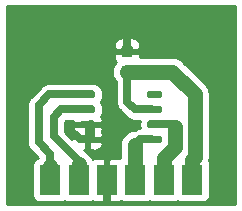
<source format=gbr>
G04 #@! TF.GenerationSoftware,KiCad,Pcbnew,5.1.6+dfsg1-1~bpo10+1*
G04 #@! TF.CreationDate,2020-07-24T12:50:56-05:00*
G04 #@! TF.ProjectId,BMagSensBoard,424d6167-5365-46e7-9342-6f6172642e6b,v1.0*
G04 #@! TF.SameCoordinates,Original*
G04 #@! TF.FileFunction,Copper,L1,Top*
G04 #@! TF.FilePolarity,Positive*
%FSLAX46Y46*%
G04 Gerber Fmt 4.6, Leading zero omitted, Abs format (unit mm)*
G04 Created by KiCad (PCBNEW 5.1.6+dfsg1-1~bpo10+1) date 2020-07-24 12:50:56*
%MOMM*%
%LPD*%
G01*
G04 APERTURE LIST*
G04 #@! TA.AperFunction,SMDPad,CuDef*
%ADD10R,1.800000X2.500000*%
G04 #@! TD*
G04 #@! TA.AperFunction,ViaPad*
%ADD11C,0.450000*%
G04 #@! TD*
G04 #@! TA.AperFunction,Conductor*
%ADD12C,0.635000*%
G04 #@! TD*
G04 #@! TA.AperFunction,Conductor*
%ADD13C,1.270000*%
G04 #@! TD*
G04 #@! TA.AperFunction,Conductor*
%ADD14C,0.254000*%
G04 #@! TD*
G04 APERTURE END LIST*
G04 #@! TA.AperFunction,SMDPad,CuDef*
G36*
G01*
X143312000Y-86700300D02*
X143312000Y-86375300D01*
G75*
G02*
X143474500Y-86212800I162500J0D01*
G01*
X144459500Y-86212800D01*
G75*
G02*
X144622000Y-86375300I0J-162500D01*
G01*
X144622000Y-86700300D01*
G75*
G02*
X144459500Y-86862800I-162500J0D01*
G01*
X143474500Y-86862800D01*
G75*
G02*
X143312000Y-86700300I0J162500D01*
G01*
G37*
G04 #@! TD.AperFunction*
G04 #@! TA.AperFunction,SMDPad,CuDef*
G36*
G01*
X143312000Y-87957800D02*
X143312000Y-87657800D01*
G75*
G02*
X143462000Y-87507800I150000J0D01*
G01*
X144472000Y-87507800D01*
G75*
G02*
X144622000Y-87657800I0J-150000D01*
G01*
X144622000Y-87957800D01*
G75*
G02*
X144472000Y-88107800I-150000J0D01*
G01*
X143462000Y-88107800D01*
G75*
G02*
X143312000Y-87957800I0J150000D01*
G01*
G37*
G04 #@! TD.AperFunction*
G04 #@! TA.AperFunction,SMDPad,CuDef*
G36*
G01*
X143312000Y-89227800D02*
X143312000Y-88927800D01*
G75*
G02*
X143462000Y-88777800I150000J0D01*
G01*
X144472000Y-88777800D01*
G75*
G02*
X144622000Y-88927800I0J-150000D01*
G01*
X144622000Y-89227800D01*
G75*
G02*
X144472000Y-89377800I-150000J0D01*
G01*
X143462000Y-89377800D01*
G75*
G02*
X143312000Y-89227800I0J150000D01*
G01*
G37*
G04 #@! TD.AperFunction*
G04 #@! TA.AperFunction,SMDPad,CuDef*
G36*
G01*
X143312000Y-90497800D02*
X143312000Y-90197800D01*
G75*
G02*
X143462000Y-90047800I150000J0D01*
G01*
X144472000Y-90047800D01*
G75*
G02*
X144622000Y-90197800I0J-150000D01*
G01*
X144622000Y-90497800D01*
G75*
G02*
X144472000Y-90647800I-150000J0D01*
G01*
X143462000Y-90647800D01*
G75*
G02*
X143312000Y-90497800I0J150000D01*
G01*
G37*
G04 #@! TD.AperFunction*
G04 #@! TA.AperFunction,SMDPad,CuDef*
G36*
G01*
X149002000Y-90497800D02*
X149002000Y-90197800D01*
G75*
G02*
X149152000Y-90047800I150000J0D01*
G01*
X150162000Y-90047800D01*
G75*
G02*
X150312000Y-90197800I0J-150000D01*
G01*
X150312000Y-90497800D01*
G75*
G02*
X150162000Y-90647800I-150000J0D01*
G01*
X149152000Y-90647800D01*
G75*
G02*
X149002000Y-90497800I0J150000D01*
G01*
G37*
G04 #@! TD.AperFunction*
G04 #@! TA.AperFunction,SMDPad,CuDef*
G36*
G01*
X149002000Y-89227800D02*
X149002000Y-88927800D01*
G75*
G02*
X149152000Y-88777800I150000J0D01*
G01*
X150162000Y-88777800D01*
G75*
G02*
X150312000Y-88927800I0J-150000D01*
G01*
X150312000Y-89227800D01*
G75*
G02*
X150162000Y-89377800I-150000J0D01*
G01*
X149152000Y-89377800D01*
G75*
G02*
X149002000Y-89227800I0J150000D01*
G01*
G37*
G04 #@! TD.AperFunction*
G04 #@! TA.AperFunction,SMDPad,CuDef*
G36*
G01*
X149002000Y-87957800D02*
X149002000Y-87657800D01*
G75*
G02*
X149152000Y-87507800I150000J0D01*
G01*
X150162000Y-87507800D01*
G75*
G02*
X150312000Y-87657800I0J-150000D01*
G01*
X150312000Y-87957800D01*
G75*
G02*
X150162000Y-88107800I-150000J0D01*
G01*
X149152000Y-88107800D01*
G75*
G02*
X149002000Y-87957800I0J150000D01*
G01*
G37*
G04 #@! TD.AperFunction*
G04 #@! TA.AperFunction,SMDPad,CuDef*
G36*
G01*
X148997000Y-86687800D02*
X148997000Y-86387800D01*
G75*
G02*
X149147000Y-86237800I150000J0D01*
G01*
X150157000Y-86237800D01*
G75*
G02*
X150307000Y-86387800I0J-150000D01*
G01*
X150307000Y-86687800D01*
G75*
G02*
X150157000Y-86837800I-150000J0D01*
G01*
X149147000Y-86837800D01*
G75*
G02*
X148997000Y-86687800I0J150000D01*
G01*
G37*
G04 #@! TD.AperFunction*
D10*
X150412000Y-93776800D03*
X152812000Y-93776800D03*
X140812000Y-93776800D03*
X145612000Y-93776800D03*
X148012000Y-93776800D03*
X143212000Y-93776800D03*
G04 #@! TA.AperFunction,SMDPad,CuDef*
G36*
G01*
X147557500Y-83393800D02*
X147082500Y-83393800D01*
G75*
G02*
X146845000Y-83156300I0J237500D01*
G01*
X146845000Y-82581300D01*
G75*
G02*
X147082500Y-82343800I237500J0D01*
G01*
X147557500Y-82343800D01*
G75*
G02*
X147795000Y-82581300I0J-237500D01*
G01*
X147795000Y-83156300D01*
G75*
G02*
X147557500Y-83393800I-237500J0D01*
G01*
G37*
G04 #@! TD.AperFunction*
G04 #@! TA.AperFunction,SMDPad,CuDef*
G36*
G01*
X147557500Y-85143800D02*
X147082500Y-85143800D01*
G75*
G02*
X146845000Y-84906300I0J237500D01*
G01*
X146845000Y-84331300D01*
G75*
G02*
X147082500Y-84093800I237500J0D01*
G01*
X147557500Y-84093800D01*
G75*
G02*
X147795000Y-84331300I0J-237500D01*
G01*
X147795000Y-84906300D01*
G75*
G02*
X147557500Y-85143800I-237500J0D01*
G01*
G37*
G04 #@! TD.AperFunction*
D11*
X147320000Y-81610200D03*
X145612000Y-95548600D03*
X142595600Y-89712800D03*
D12*
X148450000Y-90347800D02*
X149387000Y-90347800D01*
X148012000Y-90785800D02*
X148450000Y-90347800D01*
D13*
X148012000Y-90785800D02*
X148012000Y-93776800D01*
X143212000Y-93776800D02*
X143212000Y-92462800D01*
D12*
X143212000Y-92462800D02*
X143212000Y-92208800D01*
X143212000Y-92208800D02*
X141097000Y-90093800D01*
X141097000Y-90093800D02*
X141097000Y-88442800D01*
X141732000Y-87807800D02*
X144237000Y-87807800D01*
X141097000Y-88442800D02*
X141732000Y-87807800D01*
D13*
X140812000Y-93776800D02*
X140812000Y-93390200D01*
X140812000Y-93776800D02*
X140812000Y-92602800D01*
D12*
X140812000Y-93776800D02*
X140812000Y-91586800D01*
X140812000Y-91586800D02*
X139827000Y-90601800D01*
X139827000Y-90601800D02*
X139827000Y-87426800D01*
X140716000Y-86537800D02*
X144237000Y-86537800D01*
X139827000Y-87426800D02*
X140716000Y-86537800D01*
D13*
X151116000Y-84618800D02*
X147320000Y-84618800D01*
X153035000Y-86537800D02*
X151116000Y-84618800D01*
X153035000Y-91871800D02*
X153035000Y-86537800D01*
X152812000Y-93776800D02*
X152812000Y-92094800D01*
X152812000Y-92094800D02*
X153035000Y-91871800D01*
D12*
X147320000Y-84618800D02*
X147320000Y-87172800D01*
X147955000Y-87807800D02*
X149387000Y-87807800D01*
X147320000Y-87172800D02*
X147955000Y-87807800D01*
X149387000Y-89077800D02*
X150241000Y-89077800D01*
X149387000Y-89077800D02*
X151130000Y-89077800D01*
X151130000Y-89077800D02*
X151384000Y-89331800D01*
D13*
X150412000Y-91954800D02*
X150412000Y-93776800D01*
X151384000Y-89331800D02*
X151384000Y-90982800D01*
X151384000Y-90982800D02*
X150412000Y-91954800D01*
D12*
X144237000Y-90347800D02*
X143637000Y-90347800D01*
X147320000Y-82868800D02*
X147320000Y-81610200D01*
X144237000Y-89077800D02*
X144237000Y-90347800D01*
X145612000Y-93776800D02*
X145612000Y-95548600D01*
X143306800Y-90347800D02*
X142595600Y-89636600D01*
X144237000Y-90347800D02*
X143306800Y-90347800D01*
D14*
G36*
X156452640Y-95852800D02*
G01*
X137176000Y-95852800D01*
X137176000Y-87426800D01*
X138869892Y-87426800D01*
X138874501Y-87473594D01*
X138874500Y-90555015D01*
X138869892Y-90601800D01*
X138874500Y-90648584D01*
X138888283Y-90788522D01*
X138942748Y-90968068D01*
X139031194Y-91133541D01*
X139150222Y-91278578D01*
X139186569Y-91308407D01*
X139760413Y-91882251D01*
X139750925Y-91893812D01*
X139739266Y-91915625D01*
X139667820Y-91937298D01*
X139557506Y-91996263D01*
X139460815Y-92075615D01*
X139381463Y-92172306D01*
X139322498Y-92282620D01*
X139286188Y-92402318D01*
X139273928Y-92526800D01*
X139273928Y-95026800D01*
X139286188Y-95151282D01*
X139322498Y-95270980D01*
X139381463Y-95381294D01*
X139460815Y-95477985D01*
X139557506Y-95557337D01*
X139667820Y-95616302D01*
X139787518Y-95652612D01*
X139912000Y-95664872D01*
X141712000Y-95664872D01*
X141836482Y-95652612D01*
X141956180Y-95616302D01*
X142012000Y-95586465D01*
X142067820Y-95616302D01*
X142187518Y-95652612D01*
X142312000Y-95664872D01*
X144112000Y-95664872D01*
X144236482Y-95652612D01*
X144356180Y-95616302D01*
X144412000Y-95586465D01*
X144467820Y-95616302D01*
X144587518Y-95652612D01*
X144712000Y-95664872D01*
X145326250Y-95661800D01*
X145485000Y-95503050D01*
X145485000Y-93903800D01*
X145465000Y-93903800D01*
X145465000Y-93649800D01*
X145485000Y-93649800D01*
X145485000Y-92050550D01*
X145739000Y-92050550D01*
X145739000Y-93649800D01*
X145759000Y-93649800D01*
X145759000Y-93903800D01*
X145739000Y-93903800D01*
X145739000Y-95503050D01*
X145897750Y-95661800D01*
X146512000Y-95664872D01*
X146636482Y-95652612D01*
X146756180Y-95616302D01*
X146812000Y-95586465D01*
X146867820Y-95616302D01*
X146987518Y-95652612D01*
X147112000Y-95664872D01*
X148912000Y-95664872D01*
X149036482Y-95652612D01*
X149156180Y-95616302D01*
X149212000Y-95586465D01*
X149267820Y-95616302D01*
X149387518Y-95652612D01*
X149512000Y-95664872D01*
X151312000Y-95664872D01*
X151436482Y-95652612D01*
X151556180Y-95616302D01*
X151612000Y-95586465D01*
X151667820Y-95616302D01*
X151787518Y-95652612D01*
X151912000Y-95664872D01*
X153712000Y-95664872D01*
X153836482Y-95652612D01*
X153956180Y-95616302D01*
X154066494Y-95557337D01*
X154163185Y-95477985D01*
X154242537Y-95381294D01*
X154301502Y-95270980D01*
X154337812Y-95151282D01*
X154350072Y-95026800D01*
X154350072Y-92526800D01*
X154337812Y-92402318D01*
X154301502Y-92282620D01*
X154260687Y-92206262D01*
X154286623Y-92120763D01*
X154305000Y-91934180D01*
X154305000Y-91934179D01*
X154311144Y-91871800D01*
X154305000Y-91809420D01*
X154305000Y-86600180D01*
X154311144Y-86537800D01*
X154286623Y-86288837D01*
X154214003Y-86049441D01*
X154096075Y-85828812D01*
X153998280Y-85709649D01*
X153977135Y-85683883D01*
X153977132Y-85683880D01*
X153937370Y-85635430D01*
X153888919Y-85595668D01*
X152058141Y-83764891D01*
X152018370Y-83716430D01*
X151824988Y-83557725D01*
X151604359Y-83439797D01*
X151364963Y-83367177D01*
X151178380Y-83348800D01*
X151178373Y-83348800D01*
X151116000Y-83342657D01*
X151053627Y-83348800D01*
X148432494Y-83348800D01*
X148430000Y-83154550D01*
X148271250Y-82995800D01*
X147447000Y-82995800D01*
X147447000Y-83015800D01*
X147193000Y-83015800D01*
X147193000Y-82995800D01*
X146368750Y-82995800D01*
X146210000Y-83154550D01*
X146206928Y-83393800D01*
X146219188Y-83518282D01*
X146255498Y-83637980D01*
X146314463Y-83748294D01*
X146352971Y-83795217D01*
X146258925Y-83909812D01*
X146140997Y-84130441D01*
X146068377Y-84369837D01*
X146043856Y-84618800D01*
X146068377Y-84867763D01*
X146140997Y-85107159D01*
X146258925Y-85327788D01*
X146367500Y-85460087D01*
X146367501Y-87126006D01*
X146362892Y-87172800D01*
X146381283Y-87359522D01*
X146435749Y-87539069D01*
X146499212Y-87657800D01*
X146524195Y-87704541D01*
X146643223Y-87849578D01*
X146679565Y-87879403D01*
X147248389Y-88448226D01*
X147278222Y-88484578D01*
X147423259Y-88603606D01*
X147471745Y-88629522D01*
X147588730Y-88692052D01*
X147652944Y-88711531D01*
X147768277Y-88746517D01*
X147908215Y-88760300D01*
X147955000Y-88764908D01*
X148001785Y-88760300D01*
X148383243Y-88760300D01*
X148379071Y-88774055D01*
X148363928Y-88927800D01*
X148363928Y-89227800D01*
X148379071Y-89381545D01*
X148383823Y-89397210D01*
X148263277Y-89409083D01*
X148083731Y-89463548D01*
X147994186Y-89511411D01*
X147763037Y-89534177D01*
X147523641Y-89606797D01*
X147303012Y-89724725D01*
X147109630Y-89883430D01*
X146950925Y-90076813D01*
X146832997Y-90297442D01*
X146760377Y-90536838D01*
X146742000Y-90723421D01*
X146742000Y-91932997D01*
X146636482Y-91900988D01*
X146512000Y-91888728D01*
X145897750Y-91891800D01*
X145739000Y-92050550D01*
X145485000Y-92050550D01*
X145326250Y-91891800D01*
X144712000Y-91888728D01*
X144587518Y-91900988D01*
X144467820Y-91937298D01*
X144412000Y-91967135D01*
X144377137Y-91948500D01*
X144273075Y-91753812D01*
X144114370Y-91560430D01*
X143920988Y-91401725D01*
X143700359Y-91283797D01*
X143684933Y-91279117D01*
X143840000Y-91124050D01*
X143840000Y-90474800D01*
X144094000Y-90474800D01*
X144094000Y-91124050D01*
X144252750Y-91282800D01*
X144622000Y-91285872D01*
X144746482Y-91273612D01*
X144866180Y-91237302D01*
X144976494Y-91178337D01*
X145073185Y-91098985D01*
X145152537Y-91002294D01*
X145211502Y-90891980D01*
X145247812Y-90772282D01*
X145260072Y-90647800D01*
X145257000Y-90633550D01*
X145098250Y-90474800D01*
X144094000Y-90474800D01*
X143840000Y-90474800D01*
X143820000Y-90474800D01*
X143820000Y-90220800D01*
X143840000Y-90220800D01*
X143840000Y-89204800D01*
X144094000Y-89204800D01*
X144094000Y-90220800D01*
X145098250Y-90220800D01*
X145257000Y-90062050D01*
X145260072Y-90047800D01*
X145247812Y-89923318D01*
X145211502Y-89803620D01*
X145162957Y-89712800D01*
X145211502Y-89621980D01*
X145247812Y-89502282D01*
X145260072Y-89377800D01*
X145257000Y-89363550D01*
X145098250Y-89204800D01*
X144094000Y-89204800D01*
X143840000Y-89204800D01*
X142835750Y-89204800D01*
X142677000Y-89363550D01*
X142673928Y-89377800D01*
X142686188Y-89502282D01*
X142722498Y-89621980D01*
X142771043Y-89712800D01*
X142722498Y-89803620D01*
X142686188Y-89923318D01*
X142673928Y-90047800D01*
X142677000Y-90062050D01*
X142835748Y-90220798D01*
X142677000Y-90220798D01*
X142677000Y-90326762D01*
X142049500Y-89699262D01*
X142049500Y-88837338D01*
X142126537Y-88760300D01*
X142675652Y-88760300D01*
X142673928Y-88777800D01*
X142677000Y-88792050D01*
X142835750Y-88950800D01*
X143840000Y-88950800D01*
X143840000Y-88930800D01*
X144094000Y-88930800D01*
X144094000Y-88950800D01*
X145098250Y-88950800D01*
X145257000Y-88792050D01*
X145260072Y-88777800D01*
X145247812Y-88653318D01*
X145211502Y-88533620D01*
X145152537Y-88423306D01*
X145128270Y-88393736D01*
X145200084Y-88259382D01*
X145244929Y-88111545D01*
X145260072Y-87957800D01*
X145260072Y-87657800D01*
X145244929Y-87504055D01*
X145200084Y-87356218D01*
X145127258Y-87219971D01*
X145095471Y-87181239D01*
X145125151Y-87145074D01*
X145199132Y-87006666D01*
X145244689Y-86856484D01*
X145260072Y-86700300D01*
X145260072Y-86375300D01*
X145244689Y-86219116D01*
X145199132Y-86068934D01*
X145125151Y-85930526D01*
X145025590Y-85809210D01*
X144904274Y-85709649D01*
X144765866Y-85635668D01*
X144615684Y-85590111D01*
X144459500Y-85574728D01*
X143474500Y-85574728D01*
X143367162Y-85585300D01*
X140762785Y-85585300D01*
X140716000Y-85580692D01*
X140669215Y-85585300D01*
X140529277Y-85599083D01*
X140349731Y-85653548D01*
X140184259Y-85741994D01*
X140039222Y-85861022D01*
X140009397Y-85897364D01*
X139186564Y-86720198D01*
X139150223Y-86750022D01*
X139120399Y-86786363D01*
X139031194Y-86895060D01*
X138942749Y-87060531D01*
X138888283Y-87240078D01*
X138869892Y-87426800D01*
X137176000Y-87426800D01*
X137176000Y-82343800D01*
X146206928Y-82343800D01*
X146210000Y-82583050D01*
X146368750Y-82741800D01*
X147193000Y-82741800D01*
X147193000Y-81867550D01*
X147447000Y-81867550D01*
X147447000Y-82741800D01*
X148271250Y-82741800D01*
X148430000Y-82583050D01*
X148433072Y-82343800D01*
X148420812Y-82219318D01*
X148384502Y-82099620D01*
X148325537Y-81989306D01*
X148246185Y-81892615D01*
X148149494Y-81813263D01*
X148039180Y-81754298D01*
X147919482Y-81717988D01*
X147795000Y-81705728D01*
X147605750Y-81708800D01*
X147447000Y-81867550D01*
X147193000Y-81867550D01*
X147034250Y-81708800D01*
X146845000Y-81705728D01*
X146720518Y-81717988D01*
X146600820Y-81754298D01*
X146490506Y-81813263D01*
X146393815Y-81892615D01*
X146314463Y-81989306D01*
X146255498Y-82099620D01*
X146219188Y-82219318D01*
X146206928Y-82343800D01*
X137176000Y-82343800D01*
X137176000Y-79050000D01*
X156452639Y-79050000D01*
X156452640Y-95852800D01*
G37*
X156452640Y-95852800D02*
X137176000Y-95852800D01*
X137176000Y-87426800D01*
X138869892Y-87426800D01*
X138874501Y-87473594D01*
X138874500Y-90555015D01*
X138869892Y-90601800D01*
X138874500Y-90648584D01*
X138888283Y-90788522D01*
X138942748Y-90968068D01*
X139031194Y-91133541D01*
X139150222Y-91278578D01*
X139186569Y-91308407D01*
X139760413Y-91882251D01*
X139750925Y-91893812D01*
X139739266Y-91915625D01*
X139667820Y-91937298D01*
X139557506Y-91996263D01*
X139460815Y-92075615D01*
X139381463Y-92172306D01*
X139322498Y-92282620D01*
X139286188Y-92402318D01*
X139273928Y-92526800D01*
X139273928Y-95026800D01*
X139286188Y-95151282D01*
X139322498Y-95270980D01*
X139381463Y-95381294D01*
X139460815Y-95477985D01*
X139557506Y-95557337D01*
X139667820Y-95616302D01*
X139787518Y-95652612D01*
X139912000Y-95664872D01*
X141712000Y-95664872D01*
X141836482Y-95652612D01*
X141956180Y-95616302D01*
X142012000Y-95586465D01*
X142067820Y-95616302D01*
X142187518Y-95652612D01*
X142312000Y-95664872D01*
X144112000Y-95664872D01*
X144236482Y-95652612D01*
X144356180Y-95616302D01*
X144412000Y-95586465D01*
X144467820Y-95616302D01*
X144587518Y-95652612D01*
X144712000Y-95664872D01*
X145326250Y-95661800D01*
X145485000Y-95503050D01*
X145485000Y-93903800D01*
X145465000Y-93903800D01*
X145465000Y-93649800D01*
X145485000Y-93649800D01*
X145485000Y-92050550D01*
X145739000Y-92050550D01*
X145739000Y-93649800D01*
X145759000Y-93649800D01*
X145759000Y-93903800D01*
X145739000Y-93903800D01*
X145739000Y-95503050D01*
X145897750Y-95661800D01*
X146512000Y-95664872D01*
X146636482Y-95652612D01*
X146756180Y-95616302D01*
X146812000Y-95586465D01*
X146867820Y-95616302D01*
X146987518Y-95652612D01*
X147112000Y-95664872D01*
X148912000Y-95664872D01*
X149036482Y-95652612D01*
X149156180Y-95616302D01*
X149212000Y-95586465D01*
X149267820Y-95616302D01*
X149387518Y-95652612D01*
X149512000Y-95664872D01*
X151312000Y-95664872D01*
X151436482Y-95652612D01*
X151556180Y-95616302D01*
X151612000Y-95586465D01*
X151667820Y-95616302D01*
X151787518Y-95652612D01*
X151912000Y-95664872D01*
X153712000Y-95664872D01*
X153836482Y-95652612D01*
X153956180Y-95616302D01*
X154066494Y-95557337D01*
X154163185Y-95477985D01*
X154242537Y-95381294D01*
X154301502Y-95270980D01*
X154337812Y-95151282D01*
X154350072Y-95026800D01*
X154350072Y-92526800D01*
X154337812Y-92402318D01*
X154301502Y-92282620D01*
X154260687Y-92206262D01*
X154286623Y-92120763D01*
X154305000Y-91934180D01*
X154305000Y-91934179D01*
X154311144Y-91871800D01*
X154305000Y-91809420D01*
X154305000Y-86600180D01*
X154311144Y-86537800D01*
X154286623Y-86288837D01*
X154214003Y-86049441D01*
X154096075Y-85828812D01*
X153998280Y-85709649D01*
X153977135Y-85683883D01*
X153977132Y-85683880D01*
X153937370Y-85635430D01*
X153888919Y-85595668D01*
X152058141Y-83764891D01*
X152018370Y-83716430D01*
X151824988Y-83557725D01*
X151604359Y-83439797D01*
X151364963Y-83367177D01*
X151178380Y-83348800D01*
X151178373Y-83348800D01*
X151116000Y-83342657D01*
X151053627Y-83348800D01*
X148432494Y-83348800D01*
X148430000Y-83154550D01*
X148271250Y-82995800D01*
X147447000Y-82995800D01*
X147447000Y-83015800D01*
X147193000Y-83015800D01*
X147193000Y-82995800D01*
X146368750Y-82995800D01*
X146210000Y-83154550D01*
X146206928Y-83393800D01*
X146219188Y-83518282D01*
X146255498Y-83637980D01*
X146314463Y-83748294D01*
X146352971Y-83795217D01*
X146258925Y-83909812D01*
X146140997Y-84130441D01*
X146068377Y-84369837D01*
X146043856Y-84618800D01*
X146068377Y-84867763D01*
X146140997Y-85107159D01*
X146258925Y-85327788D01*
X146367500Y-85460087D01*
X146367501Y-87126006D01*
X146362892Y-87172800D01*
X146381283Y-87359522D01*
X146435749Y-87539069D01*
X146499212Y-87657800D01*
X146524195Y-87704541D01*
X146643223Y-87849578D01*
X146679565Y-87879403D01*
X147248389Y-88448226D01*
X147278222Y-88484578D01*
X147423259Y-88603606D01*
X147471745Y-88629522D01*
X147588730Y-88692052D01*
X147652944Y-88711531D01*
X147768277Y-88746517D01*
X147908215Y-88760300D01*
X147955000Y-88764908D01*
X148001785Y-88760300D01*
X148383243Y-88760300D01*
X148379071Y-88774055D01*
X148363928Y-88927800D01*
X148363928Y-89227800D01*
X148379071Y-89381545D01*
X148383823Y-89397210D01*
X148263277Y-89409083D01*
X148083731Y-89463548D01*
X147994186Y-89511411D01*
X147763037Y-89534177D01*
X147523641Y-89606797D01*
X147303012Y-89724725D01*
X147109630Y-89883430D01*
X146950925Y-90076813D01*
X146832997Y-90297442D01*
X146760377Y-90536838D01*
X146742000Y-90723421D01*
X146742000Y-91932997D01*
X146636482Y-91900988D01*
X146512000Y-91888728D01*
X145897750Y-91891800D01*
X145739000Y-92050550D01*
X145485000Y-92050550D01*
X145326250Y-91891800D01*
X144712000Y-91888728D01*
X144587518Y-91900988D01*
X144467820Y-91937298D01*
X144412000Y-91967135D01*
X144377137Y-91948500D01*
X144273075Y-91753812D01*
X144114370Y-91560430D01*
X143920988Y-91401725D01*
X143700359Y-91283797D01*
X143684933Y-91279117D01*
X143840000Y-91124050D01*
X143840000Y-90474800D01*
X144094000Y-90474800D01*
X144094000Y-91124050D01*
X144252750Y-91282800D01*
X144622000Y-91285872D01*
X144746482Y-91273612D01*
X144866180Y-91237302D01*
X144976494Y-91178337D01*
X145073185Y-91098985D01*
X145152537Y-91002294D01*
X145211502Y-90891980D01*
X145247812Y-90772282D01*
X145260072Y-90647800D01*
X145257000Y-90633550D01*
X145098250Y-90474800D01*
X144094000Y-90474800D01*
X143840000Y-90474800D01*
X143820000Y-90474800D01*
X143820000Y-90220800D01*
X143840000Y-90220800D01*
X143840000Y-89204800D01*
X144094000Y-89204800D01*
X144094000Y-90220800D01*
X145098250Y-90220800D01*
X145257000Y-90062050D01*
X145260072Y-90047800D01*
X145247812Y-89923318D01*
X145211502Y-89803620D01*
X145162957Y-89712800D01*
X145211502Y-89621980D01*
X145247812Y-89502282D01*
X145260072Y-89377800D01*
X145257000Y-89363550D01*
X145098250Y-89204800D01*
X144094000Y-89204800D01*
X143840000Y-89204800D01*
X142835750Y-89204800D01*
X142677000Y-89363550D01*
X142673928Y-89377800D01*
X142686188Y-89502282D01*
X142722498Y-89621980D01*
X142771043Y-89712800D01*
X142722498Y-89803620D01*
X142686188Y-89923318D01*
X142673928Y-90047800D01*
X142677000Y-90062050D01*
X142835748Y-90220798D01*
X142677000Y-90220798D01*
X142677000Y-90326762D01*
X142049500Y-89699262D01*
X142049500Y-88837338D01*
X142126537Y-88760300D01*
X142675652Y-88760300D01*
X142673928Y-88777800D01*
X142677000Y-88792050D01*
X142835750Y-88950800D01*
X143840000Y-88950800D01*
X143840000Y-88930800D01*
X144094000Y-88930800D01*
X144094000Y-88950800D01*
X145098250Y-88950800D01*
X145257000Y-88792050D01*
X145260072Y-88777800D01*
X145247812Y-88653318D01*
X145211502Y-88533620D01*
X145152537Y-88423306D01*
X145128270Y-88393736D01*
X145200084Y-88259382D01*
X145244929Y-88111545D01*
X145260072Y-87957800D01*
X145260072Y-87657800D01*
X145244929Y-87504055D01*
X145200084Y-87356218D01*
X145127258Y-87219971D01*
X145095471Y-87181239D01*
X145125151Y-87145074D01*
X145199132Y-87006666D01*
X145244689Y-86856484D01*
X145260072Y-86700300D01*
X145260072Y-86375300D01*
X145244689Y-86219116D01*
X145199132Y-86068934D01*
X145125151Y-85930526D01*
X145025590Y-85809210D01*
X144904274Y-85709649D01*
X144765866Y-85635668D01*
X144615684Y-85590111D01*
X144459500Y-85574728D01*
X143474500Y-85574728D01*
X143367162Y-85585300D01*
X140762785Y-85585300D01*
X140716000Y-85580692D01*
X140669215Y-85585300D01*
X140529277Y-85599083D01*
X140349731Y-85653548D01*
X140184259Y-85741994D01*
X140039222Y-85861022D01*
X140009397Y-85897364D01*
X139186564Y-86720198D01*
X139150223Y-86750022D01*
X139120399Y-86786363D01*
X139031194Y-86895060D01*
X138942749Y-87060531D01*
X138888283Y-87240078D01*
X138869892Y-87426800D01*
X137176000Y-87426800D01*
X137176000Y-82343800D01*
X146206928Y-82343800D01*
X146210000Y-82583050D01*
X146368750Y-82741800D01*
X147193000Y-82741800D01*
X147193000Y-81867550D01*
X147447000Y-81867550D01*
X147447000Y-82741800D01*
X148271250Y-82741800D01*
X148430000Y-82583050D01*
X148433072Y-82343800D01*
X148420812Y-82219318D01*
X148384502Y-82099620D01*
X148325537Y-81989306D01*
X148246185Y-81892615D01*
X148149494Y-81813263D01*
X148039180Y-81754298D01*
X147919482Y-81717988D01*
X147795000Y-81705728D01*
X147605750Y-81708800D01*
X147447000Y-81867550D01*
X147193000Y-81867550D01*
X147034250Y-81708800D01*
X146845000Y-81705728D01*
X146720518Y-81717988D01*
X146600820Y-81754298D01*
X146490506Y-81813263D01*
X146393815Y-81892615D01*
X146314463Y-81989306D01*
X146255498Y-82099620D01*
X146219188Y-82219318D01*
X146206928Y-82343800D01*
X137176000Y-82343800D01*
X137176000Y-79050000D01*
X156452639Y-79050000D01*
X156452640Y-95852800D01*
M02*

</source>
